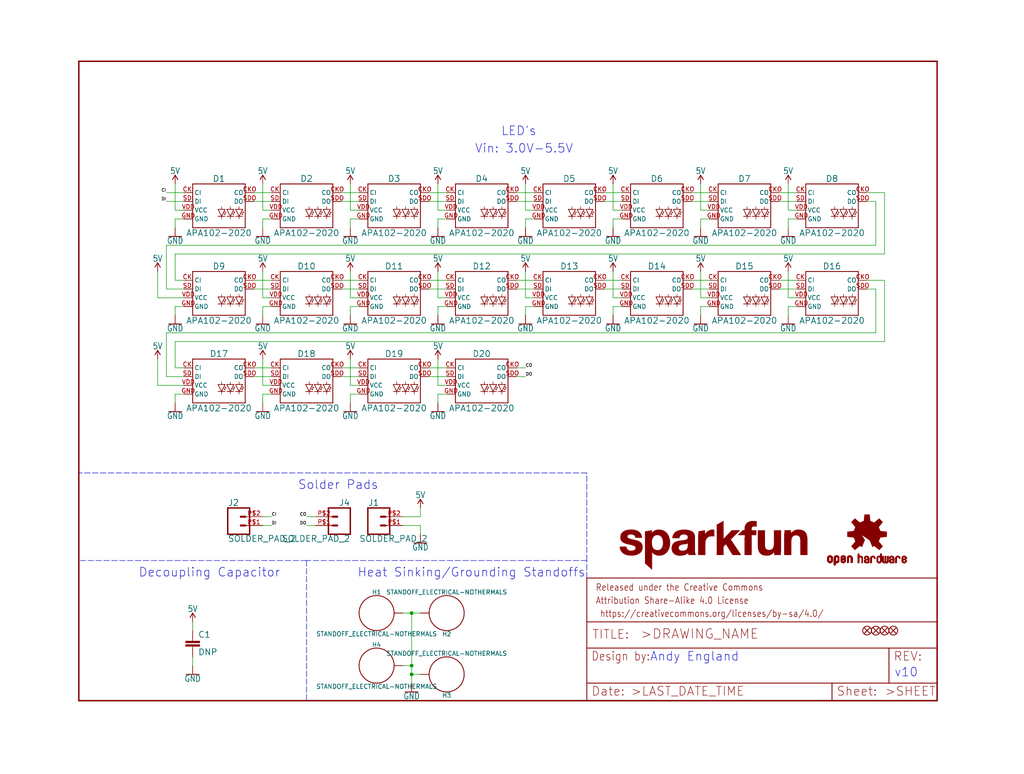
<source format=kicad_sch>
(kicad_sch (version 20211123) (generator eeschema)
  (paper "User" 297.002 224.434)
  (lib_symbols
    (symbol "schematicEagle-eagle-import:4.7UF-0603-6.3V-(10%)"
      (property "Reference" "C" (at 1.524 2.921 0))
      (property "Value" "4.7UF-0603-6.3V-(10%)" (at 1.524 -2.159 0))
      (symbol "4.7UF-0603-6.3V-(10%)_1_0"
        (pin passive line (at 0 5.08 270) (length 2.54) (name "1") (number "1"))
        (pin passive line (at 0 -2.54 90) (length 2.54) (name "2") (number "2"))
      )
    )
    (symbol "schematicEagle-eagle-import:5V" (power)
      (property "Value" "5V" (at 0 2.794 0))
      (symbol "5V_1_0"
        (pin power_in line (at 0 0 90) (length 2.54) (name "5V") (number "1"))
      )
    )
    (symbol "schematicEagle-eagle-import:APA102-2020"
      (property "Reference" "D" (at 0 5.588 0))
      (property "Value" "APA102-2020" (at 0 -10.16 0))
      (symbol "APA102-2020_1_0"
        (pin bidirectional line (at -10.16 2.54 0) (length 2.54) (name "CI") (number "CKI"))
        (pin bidirectional line (at 10.16 2.54 180) (length 2.54) (name "CO") (number "CKO"))
        (pin bidirectional line (at -10.16 -5.08 0) (length 2.54) (name "GND") (number "GND"))
        (pin bidirectional line (at -10.16 0 0) (length 2.54) (name "DI") (number "SDI"))
        (pin bidirectional line (at 10.16 0 180) (length 2.54) (name "DO") (number "SDO"))
        (pin bidirectional line (at -10.16 -2.54 0) (length 2.54) (name "VCC") (number "VDD"))
      )
    )
    (symbol "schematicEagle-eagle-import:FIDUCIALUFIDUCIAL")
    (symbol "schematicEagle-eagle-import:FRAME-LETTER"
      (symbol "FRAME-LETTER_2_0"
        (text " https://creativecommons.org/licenses/by-sa/4.0/" (at 2.54 24.13 0) (effects (font (size 1.9304 1.6408)) (justify left bottom)))
        (text ">DRAWING_NAME" (at 15.494 17.78 0) (effects (font (size 2.7432 2.7432)) (justify left bottom)))
        (text ">LAST_DATE_TIME" (at 12.7 1.27 0) (effects (font (size 2.54 2.54)) (justify left bottom)))
        (text ">SHEET" (at 86.36 1.27 0) (effects (font (size 2.54 2.54)) (justify left bottom)))
        (text "Attribution Share-Alike 4.0 License" (at 2.54 27.94 0) (effects (font (size 1.9304 1.6408)) (justify left bottom)))
        (text "Date:" (at 1.27 1.27 0) (effects (font (size 2.54 2.54)) (justify left bottom)))
        (text "Design by:" (at 1.27 11.43 0) (effects (font (size 2.54 2.159)) (justify left bottom)))
        (text "Released under the Creative Commons" (at 2.54 31.75 0) (effects (font (size 1.9304 1.6408)) (justify left bottom)))
        (text "REV:" (at 88.9 11.43 0) (effects (font (size 2.54 2.54)) (justify left bottom)))
        (text "Sheet:" (at 72.39 1.27 0) (effects (font (size 2.54 2.54)) (justify left bottom)))
        (text "TITLE:" (at 1.524 17.78 0) (effects (font (size 2.54 2.54)) (justify left bottom)))
      )
    )
    (symbol "schematicEagle-eagle-import:GND" (power)
      (property "Value" "GND" (at 0 -0.254 0))
      (symbol "GND_1_0"
        (pin power_in line (at 0 2.54 270) (length 2.54) (name "GND") (number "1"))
      )
    )
    (symbol "schematicEagle-eagle-import:OSHW-LOGOS")
    (symbol "schematicEagle-eagle-import:SFE_LOGO_NAME.1_INCH")
    (symbol "schematicEagle-eagle-import:SOLDER_PAD_2"
      (property "Reference" "J" (at -2.54 5.588 0))
      (property "Value" "SOLDER_PAD_2" (at -2.54 -4.826 0))
      (symbol "SOLDER_PAD_2_1_0"
        (pin passive line (at 7.62 0 180) (length 5.08) (name "1") (number "P$1"))
        (pin passive line (at 7.62 2.54 180) (length 5.08) (name "2") (number "P$2"))
      )
    )
    (symbol "schematicEagle-eagle-import:STANDOFF_ELECTRICAL-NOTHERMALS"
      (property "Reference" "H" (at 0 5.334 0))
      (property "Value" "STANDOFF_ELECTRICAL-NOTHERMALS" (at 0 -5.334 0))
      (symbol "STANDOFF_ELECTRICAL-NOTHERMALS_1_0"
        (pin bidirectional line (at 7.62 0 180) (length 2.54) (name "P$1") (number "P1"))
      )
    )
  )
  (junction (at 119.38 195.58))
  (junction (at 119.38 193.04))
  (junction (at 119.38 177.8))
  (wire (pts (xy 127 114.3) (xy 129.54 114.3)))
  (wire (pts (xy 101.6 111.76) (xy 101.6 104.14)))
  (wire (pts (xy 203.2 86.36) (xy 203.2 78.74)))
  (wire (pts (xy 127 116.84) (xy 127 114.3)))
  (wire (pts (xy 50.8 116.84) (xy 50.8 114.3)))
  (wire (pts (xy 119.38 177.8) (xy 116.84 177.8)))
  (wire (pts (xy 154.94 81.28) (xy 149.86 81.28)))
  (wire (pts (xy 205.74 81.28) (xy 200.66 81.28)))
  (wire (pts (xy 256.54 55.88) (xy 251.46 55.88)))
  (wire (pts (xy 48.26 83.82) (xy 53.34 83.82)))
  (wire (pts (xy 154.94 60.96) (xy 152.4 60.96)))
  (wire (pts (xy 127 60.96) (xy 127 53.34)))
  (wire (pts (xy 48.26 71.12) (xy 48.26 83.82)))
  (wire (pts (xy 91.44 149.86) (xy 88.9 149.86)))
  (wire (pts (xy 177.8 60.96) (xy 177.8 53.34)))
  (polyline (pts (xy 88.9 162.56) (xy 88.9 203.2)))
  (wire (pts (xy 152.4 91.44) (xy 152.4 88.9)))
  (wire (pts (xy 256.54 81.28) (xy 251.46 81.28)))
  (wire (pts (xy 91.44 152.4) (xy 88.9 152.4)))
  (wire (pts (xy 177.8 66.04) (xy 177.8 63.5)))
  (wire (pts (xy 129.54 106.68) (xy 124.46 106.68)))
  (wire (pts (xy 119.38 195.58) (xy 119.38 193.04)))
  (wire (pts (xy 78.74 111.76) (xy 76.2 111.76)))
  (wire (pts (xy 78.74 60.96) (xy 76.2 60.96)))
  (wire (pts (xy 78.74 55.88) (xy 73.66 55.88)))
  (wire (pts (xy 228.6 86.36) (xy 228.6 78.74)))
  (wire (pts (xy 76.2 152.4) (xy 78.74 152.4)))
  (wire (pts (xy 256.54 99.06) (xy 256.54 81.28)))
  (wire (pts (xy 50.8 60.96) (xy 50.8 53.34)))
  (wire (pts (xy 256.54 73.66) (xy 256.54 55.88)))
  (wire (pts (xy 53.34 58.42) (xy 48.26 58.42)))
  (wire (pts (xy 119.38 193.04) (xy 119.38 177.8)))
  (wire (pts (xy 119.38 198.12) (xy 119.38 195.58)))
  (wire (pts (xy 55.88 180.34) (xy 55.88 182.88)))
  (wire (pts (xy 76.2 111.76) (xy 76.2 104.14)))
  (wire (pts (xy 200.66 83.82) (xy 205.74 83.82)))
  (wire (pts (xy 116.84 152.4) (xy 121.92 152.4)))
  (wire (pts (xy 53.34 106.68) (xy 50.8 106.68)))
  (wire (pts (xy 203.2 63.5) (xy 205.74 63.5)))
  (wire (pts (xy 101.6 60.96) (xy 101.6 53.34)))
  (wire (pts (xy 152.4 66.04) (xy 152.4 63.5)))
  (wire (pts (xy 76.2 86.36) (xy 76.2 78.74)))
  (wire (pts (xy 101.6 91.44) (xy 101.6 88.9)))
  (wire (pts (xy 76.2 60.96) (xy 76.2 53.34)))
  (wire (pts (xy 99.06 83.82) (xy 104.14 83.82)))
  (wire (pts (xy 228.6 91.44) (xy 228.6 88.9)))
  (wire (pts (xy 50.8 99.06) (xy 256.54 99.06)))
  (wire (pts (xy 76.2 116.84) (xy 76.2 114.3)))
  (wire (pts (xy 254 83.82) (xy 254 96.52)))
  (wire (pts (xy 200.66 58.42) (xy 205.74 58.42)))
  (wire (pts (xy 53.34 60.96) (xy 50.8 60.96)))
  (wire (pts (xy 203.2 60.96) (xy 203.2 53.34)))
  (wire (pts (xy 254 96.52) (xy 48.26 96.52)))
  (wire (pts (xy 55.88 190.5) (xy 55.88 193.04)))
  (wire (pts (xy 149.86 106.68) (xy 152.4 106.68)))
  (wire (pts (xy 231.14 86.36) (xy 228.6 86.36)))
  (wire (pts (xy 99.06 58.42) (xy 104.14 58.42)))
  (wire (pts (xy 127 88.9) (xy 129.54 88.9)))
  (wire (pts (xy 180.34 60.96) (xy 177.8 60.96)))
  (wire (pts (xy 175.26 83.82) (xy 180.34 83.82)))
  (wire (pts (xy 203.2 88.9) (xy 205.74 88.9)))
  (wire (pts (xy 73.66 109.22) (xy 78.74 109.22)))
  (wire (pts (xy 127 111.76) (xy 127 104.14)))
  (wire (pts (xy 127 86.36) (xy 127 78.74)))
  (wire (pts (xy 101.6 86.36) (xy 101.6 78.74)))
  (wire (pts (xy 76.2 91.44) (xy 76.2 88.9)))
  (polyline (pts (xy 170.18 162.56) (xy 170.18 137.16)))
  (wire (pts (xy 73.66 83.82) (xy 78.74 83.82)))
  (wire (pts (xy 154.94 86.36) (xy 152.4 86.36)))
  (wire (pts (xy 180.34 86.36) (xy 177.8 86.36)))
  (wire (pts (xy 228.6 88.9) (xy 231.14 88.9)))
  (wire (pts (xy 116.84 149.86) (xy 121.92 149.86)))
  (wire (pts (xy 226.06 58.42) (xy 231.14 58.42)))
  (wire (pts (xy 127 63.5) (xy 129.54 63.5)))
  (wire (pts (xy 53.34 86.36) (xy 45.72 86.36)))
  (wire (pts (xy 101.6 63.5) (xy 104.14 63.5)))
  (wire (pts (xy 119.38 177.8) (xy 121.92 177.8)))
  (wire (pts (xy 101.6 88.9) (xy 104.14 88.9)))
  (polyline (pts (xy 170.18 137.16) (xy 22.86 137.16)))
  (wire (pts (xy 101.6 114.3) (xy 101.6 116.84)))
  (wire (pts (xy 205.74 60.96) (xy 203.2 60.96)))
  (wire (pts (xy 50.8 114.3) (xy 53.34 114.3)))
  (wire (pts (xy 180.34 81.28) (xy 175.26 81.28)))
  (wire (pts (xy 78.74 106.68) (xy 73.66 106.68)))
  (wire (pts (xy 53.34 81.28) (xy 50.8 81.28)))
  (wire (pts (xy 129.54 60.96) (xy 127 60.96)))
  (wire (pts (xy 129.54 81.28) (xy 124.46 81.28)))
  (wire (pts (xy 104.14 106.68) (xy 99.06 106.68)))
  (wire (pts (xy 228.6 63.5) (xy 231.14 63.5)))
  (wire (pts (xy 104.14 81.28) (xy 99.06 81.28)))
  (wire (pts (xy 121.92 195.58) (xy 119.38 195.58)))
  (wire (pts (xy 127 91.44) (xy 127 88.9)))
  (wire (pts (xy 50.8 66.04) (xy 50.8 63.5)))
  (wire (pts (xy 124.46 109.22) (xy 129.54 109.22)))
  (wire (pts (xy 149.86 83.82) (xy 154.94 83.82)))
  (wire (pts (xy 228.6 60.96) (xy 228.6 53.34)))
  (wire (pts (xy 53.34 111.76) (xy 45.72 111.76)))
  (wire (pts (xy 48.26 96.52) (xy 48.26 109.22)))
  (wire (pts (xy 78.74 86.36) (xy 76.2 86.36)))
  (wire (pts (xy 76.2 63.5) (xy 78.74 63.5)))
  (wire (pts (xy 231.14 60.96) (xy 228.6 60.96)))
  (wire (pts (xy 104.14 114.3) (xy 101.6 114.3)))
  (wire (pts (xy 226.06 83.82) (xy 231.14 83.82)))
  (wire (pts (xy 104.14 86.36) (xy 101.6 86.36)))
  (wire (pts (xy 177.8 91.44) (xy 177.8 88.9)))
  (wire (pts (xy 116.84 193.04) (xy 119.38 193.04)))
  (wire (pts (xy 50.8 106.68) (xy 50.8 99.06)))
  (wire (pts (xy 254 58.42) (xy 254 71.12)))
  (wire (pts (xy 45.72 86.36) (xy 45.72 78.74)))
  (wire (pts (xy 152.4 60.96) (xy 152.4 53.34)))
  (wire (pts (xy 152.4 86.36) (xy 152.4 78.74)))
  (wire (pts (xy 177.8 63.5) (xy 180.34 63.5)))
  (wire (pts (xy 251.46 83.82) (xy 254 83.82)))
  (wire (pts (xy 180.34 55.88) (xy 175.26 55.88)))
  (wire (pts (xy 76.2 66.04) (xy 76.2 63.5)))
  (wire (pts (xy 129.54 86.36) (xy 127 86.36)))
  (polyline (pts (xy 170.18 167.64) (xy 170.18 162.56)))
  (wire (pts (xy 50.8 63.5) (xy 53.34 63.5)))
  (wire (pts (xy 121.92 149.86) (xy 121.92 147.32)))
  (wire (pts (xy 73.66 58.42) (xy 78.74 58.42)))
  (wire (pts (xy 124.46 83.82) (xy 129.54 83.82)))
  (wire (pts (xy 121.92 152.4) (xy 121.92 154.94)))
  (wire (pts (xy 48.26 109.22) (xy 53.34 109.22)))
  (wire (pts (xy 228.6 66.04) (xy 228.6 63.5)))
  (wire (pts (xy 154.94 55.88) (xy 149.86 55.88)))
  (wire (pts (xy 53.34 55.88) (xy 48.26 55.88)))
  (wire (pts (xy 152.4 63.5) (xy 154.94 63.5)))
  (wire (pts (xy 45.72 111.76) (xy 45.72 104.14)))
  (wire (pts (xy 175.26 58.42) (xy 180.34 58.42)))
  (wire (pts (xy 76.2 149.86) (xy 78.74 149.86)))
  (wire (pts (xy 231.14 55.88) (xy 226.06 55.88)))
  (wire (pts (xy 104.14 60.96) (xy 101.6 60.96)))
  (polyline (pts (xy 170.18 162.56) (xy 88.9 162.56)))
  (wire (pts (xy 205.74 86.36) (xy 203.2 86.36)))
  (wire (pts (xy 177.8 86.36) (xy 177.8 78.74)))
  (wire (pts (xy 149.86 58.42) (xy 154.94 58.42)))
  (wire (pts (xy 203.2 66.04) (xy 203.2 63.5)))
  (wire (pts (xy 129.54 111.76) (xy 127 111.76)))
  (wire (pts (xy 76.2 114.3) (xy 78.74 114.3)))
  (wire (pts (xy 78.74 81.28) (xy 73.66 81.28)))
  (wire (pts (xy 99.06 109.22) (xy 104.14 109.22)))
  (wire (pts (xy 203.2 91.44) (xy 203.2 88.9)))
  (wire (pts (xy 104.14 55.88) (xy 99.06 55.88)))
  (wire (pts (xy 127 66.04) (xy 127 63.5)))
  (wire (pts (xy 76.2 88.9) (xy 78.74 88.9)))
  (wire (pts (xy 50.8 73.66) (xy 256.54 73.66)))
  (polyline (pts (xy 88.9 162.56) (xy 22.86 162.56)))
  (wire (pts (xy 129.54 55.88) (xy 124.46 55.88)))
  (wire (pts (xy 152.4 88.9) (xy 154.94 88.9)))
  (wire (pts (xy 124.46 58.42) (xy 129.54 58.42)))
  (wire (pts (xy 177.8 88.9) (xy 180.34 88.9)))
  (wire (pts (xy 231.14 81.28) (xy 226.06 81.28)))
  (wire (pts (xy 205.74 55.88) (xy 200.66 55.88)))
  (wire (pts (xy 50.8 81.28) (xy 50.8 73.66)))
  (wire (pts (xy 50.8 91.44) (xy 50.8 88.9)))
  (wire (pts (xy 101.6 66.04) (xy 101.6 63.5)))
  (wire (pts (xy 149.86 109.22) (xy 152.4 109.22)))
  (wire (pts (xy 50.8 88.9) (xy 53.34 88.9)))
  (wire (pts (xy 251.46 58.42) (xy 254 58.42)))
  (wire (pts (xy 104.14 111.76) (xy 101.6 111.76)))
  (wire (pts (xy 254 71.12) (xy 48.26 71.12)))
  (text "v10" (at 259.334 196.596 180) (effects (font (size 2.54 2.54)) (justify left bottom)))
  (text "Heat Sinking/Grounding Standoffs" (at 103.632 167.64 180) (effects (font (size 2.54 2.54)) (justify left bottom)))
  (text "LED's" (at 145.288 39.624 180) (effects (font (size 2.54 2.54)) (justify left bottom)))
  (text "Solder Pads" (at 86.36 142.24 180) (effects (font (size 2.54 2.54)) (justify left bottom)))
  (text "Decoupling Capacitor" (at 40.132 167.64 180) (effects (font (size 2.54 2.54)) (justify left bottom)))
  (text "Vin: 3.0V-5.5V" (at 137.668 44.704 180) (effects (font (size 2.54 2.54)) (justify left bottom)))
  (text "Andy England" (at 188.468 192.024 180) (effects (font (size 2.54 2.54)) (justify left bottom)))
  (label "CO" (at 152.4 106.68 0) (effects (font (size 0.889 0.889))))
  (label "DI" (at 78.74 152.4 0) (effects (font (size 0.889 0.889))))
  (label "DO" (at 88.9 152.4 180) (effects (font (size 0.889 0.889))))
  (label "CI" (at 48.26 55.88 180) (effects (font (size 0.889 0.889))))
  (label "DO" (at 152.4 109.22 0) (effects (font (size 0.889 0.889))))
  (label "CO" (at 88.9 149.86 180) (effects (font (size 0.889 0.889))))
  (label "CI" (at 78.74 149.86 0) (effects (font (size 0.889 0.889))))
  (label "DI" (at 48.26 58.42 180) (effects (font (size 0.889 0.889))))
  (symbol (lib_id "schematicEagle-eagle-import:GND") (at 228.6 93.98 0) (unit 1)
    (property "Reference" "#GND16" (effects hide))
    (property "Value" "GND" (at 228.6 94.234 0) (effects (font (size 1.778 1.5113)) (justify top)))
    (property "Footprint" "schematicEagle:" (effects hide))
  )
  (symbol (lib_id "schematicEagle-eagle-import:GND") (at 127 68.58 0) (unit 1)
    (property "Reference" "#GND4" (effects hide))
    (property "Value" "GND" (at 127 68.834 0) (effects (font (size 1.778 1.5113)) (justify top)))
    (property "Footprint" "schematicEagle:" (effects hide))
  )
  (symbol (lib_id "schematicEagle-eagle-import:5V") (at 127 104.14 0) (unit 1)
    (property "Reference" "#SUPPLY21" (effects hide))
    (property "Value" "5V" (at 127 101.346 0) (effects (font (size 1.778 1.5113)) (justify bottom)))
    (property "Footprint" "schematicEagle:" (effects hide))
  )
  (symbol (lib_id "schematicEagle-eagle-import:STANDOFF_ELECTRICAL-NOTHERMALS") (at 109.22 177.8 0) (unit 1)
    (property "Reference" "H1" (at 109.22 172.466 0) (effects (justify bottom)))
    (property "Value" "STANDOFF_ELECTRICAL-NOTHERMALS" (at 109.22 183.134 0) (effects (justify top)))
    (property "Footprint" "schematicEagle:STANDOFF-ELECTRICAL-NOTHERMALS" (effects hide))
  )
  (symbol (lib_id "schematicEagle-eagle-import:5V") (at 121.92 147.32 0) (unit 1)
    (property "Reference" "#SUPPLY22" (effects hide))
    (property "Value" "5V" (at 121.92 144.526 0) (effects (font (size 1.778 1.5113)) (justify bottom)))
    (property "Footprint" "schematicEagle:" (effects hide))
  )
  (symbol (lib_id "schematicEagle-eagle-import:FIDUCIALUFIDUCIAL") (at 254 182.88 0) (unit 1)
    (property "Reference" "FD2" (effects hide))
    (property "Value" "FIDUCIALUFIDUCIAL" (effects hide))
    (property "Footprint" "schematicEagle:FIDUCIAL-MICRO" (effects hide))
  )
  (symbol (lib_id "schematicEagle-eagle-import:GND") (at 76.2 93.98 0) (unit 1)
    (property "Reference" "#GND10" (effects hide))
    (property "Value" "GND" (at 76.2 94.234 0) (effects (font (size 1.778 1.5113)) (justify top)))
    (property "Footprint" "schematicEagle:" (effects hide))
  )
  (symbol (lib_id "schematicEagle-eagle-import:SOLDER_PAD_2") (at 99.06 152.4 0) (mirror y) (unit 1)
    (property "Reference" "J4" (at 101.6 146.812 0) (effects (font (size 1.778 1.778)) (justify left bottom)))
    (property "Value" "SOLDER_PAD_2" (at 101.6 157.226 0) (effects (font (size 1.778 1.778)) (justify left bottom)))
    (property "Footprint" "schematicEagle:SOLDER_PAD_2" (effects hide))
  )
  (symbol (lib_id "schematicEagle-eagle-import:5V") (at 76.2 104.14 0) (unit 1)
    (property "Reference" "#SUPPLY19" (effects hide))
    (property "Value" "5V" (at 76.2 101.346 0) (effects (font (size 1.778 1.5113)) (justify bottom)))
    (property "Footprint" "schematicEagle:" (effects hide))
  )
  (symbol (lib_id "schematicEagle-eagle-import:OSHW-LOGOS") (at 251.46 154.94 0) (unit 1)
    (property "Reference" "LOGO2" (effects hide))
    (property "Value" "OSHW-LOGOS" (effects hide))
    (property "Footprint" "schematicEagle:OSHW-LOGO-S" (effects hide))
  )
  (symbol (lib_id "schematicEagle-eagle-import:GND") (at 101.6 93.98 0) (unit 1)
    (property "Reference" "#GND11" (effects hide))
    (property "Value" "GND" (at 101.6 94.234 0) (effects (font (size 1.778 1.5113)) (justify top)))
    (property "Footprint" "schematicEagle:" (effects hide))
  )
  (symbol (lib_id "schematicEagle-eagle-import:5V") (at 45.72 104.14 0) (unit 1)
    (property "Reference" "#SUPPLY18" (effects hide))
    (property "Value" "5V" (at 45.72 101.346 0) (effects (font (size 1.778 1.5113)) (justify bottom)))
    (property "Footprint" "schematicEagle:" (effects hide))
  )
  (symbol (lib_id "schematicEagle-eagle-import:5V") (at 177.8 78.74 0) (unit 1)
    (property "Reference" "#SUPPLY14" (effects hide))
    (property "Value" "5V" (at 177.8 75.946 0) (effects (font (size 1.778 1.5113)) (justify bottom)))
    (property "Footprint" "schematicEagle:" (effects hide))
  )
  (symbol (lib_id "schematicEagle-eagle-import:APA102-2020") (at 241.3 58.42 0) (unit 1)
    (property "Reference" "D8" (at 241.3 52.832 0) (effects (font (size 1.778 1.778)) (justify bottom)))
    (property "Value" "APA102-2020" (at 241.3 68.58 0) (effects (font (size 1.778 1.778)) (justify bottom)))
    (property "Footprint" "schematicEagle:APA102-2020" (effects hide))
  )
  (symbol (lib_id "schematicEagle-eagle-import:5V") (at 76.2 53.34 0) (unit 1)
    (property "Reference" "#SUPPLY2" (effects hide))
    (property "Value" "5V" (at 76.2 50.546 0) (effects (font (size 1.778 1.5113)) (justify bottom)))
    (property "Footprint" "schematicEagle:" (effects hide))
  )
  (symbol (lib_id "schematicEagle-eagle-import:4.7UF-0603-6.3V-(10%)") (at 55.88 187.96 0) (unit 1)
    (property "Reference" "C1" (at 57.404 185.039 0) (effects (font (size 1.778 1.778)) (justify left bottom)))
    (property "Value" "DNP" (at 57.404 190.119 0) (effects (font (size 1.778 1.778)) (justify left bottom)))
    (property "Footprint" "schematicEagle:0603" (effects hide))
  )
  (symbol (lib_id "schematicEagle-eagle-import:SFE_LOGO_NAME.1_INCH") (at 177.8 165.1 0) (unit 1)
    (property "Reference" "LOGO1" (effects hide))
    (property "Value" "SFE_LOGO_NAME.1_INCH" (effects hide))
    (property "Footprint" "schematicEagle:SFE_LOGO_NAME_.1" (effects hide))
  )
  (symbol (lib_id "schematicEagle-eagle-import:5V") (at 228.6 53.34 0) (unit 1)
    (property "Reference" "#SUPPLY8" (effects hide))
    (property "Value" "5V" (at 228.6 50.546 0) (effects (font (size 1.778 1.5113)) (justify bottom)))
    (property "Footprint" "schematicEagle:" (effects hide))
  )
  (symbol (lib_id "schematicEagle-eagle-import:5V") (at 55.88 180.34 0) (unit 1)
    (property "Reference" "#SUPPLY17" (effects hide))
    (property "Value" "5V" (at 55.88 177.546 0) (effects (font (size 1.778 1.5113)) (justify bottom)))
    (property "Footprint" "schematicEagle:" (effects hide))
  )
  (symbol (lib_id "schematicEagle-eagle-import:APA102-2020") (at 165.1 58.42 0) (unit 1)
    (property "Reference" "D5" (at 165.1 52.832 0) (effects (font (size 1.778 1.778)) (justify bottom)))
    (property "Value" "APA102-2020" (at 165.1 68.58 0) (effects (font (size 1.778 1.778)) (justify bottom)))
    (property "Footprint" "schematicEagle:APA102-2020" (effects hide))
  )
  (symbol (lib_id "schematicEagle-eagle-import:5V") (at 45.72 78.74 0) (unit 1)
    (property "Reference" "#SUPPLY9" (effects hide))
    (property "Value" "5V" (at 45.72 75.946 0) (effects (font (size 1.778 1.5113)) (justify bottom)))
    (property "Footprint" "schematicEagle:" (effects hide))
  )
  (symbol (lib_id "schematicEagle-eagle-import:APA102-2020") (at 88.9 109.22 0) (unit 1)
    (property "Reference" "D18" (at 88.9 103.632 0) (effects (font (size 1.778 1.778)) (justify bottom)))
    (property "Value" "APA102-2020" (at 88.9 119.38 0) (effects (font (size 1.778 1.778)) (justify bottom)))
    (property "Footprint" "schematicEagle:APA102-2020" (effects hide))
  )
  (symbol (lib_id "schematicEagle-eagle-import:APA102-2020") (at 139.7 109.22 0) (unit 1)
    (property "Reference" "D20" (at 139.7 103.632 0) (effects (font (size 1.778 1.778)) (justify bottom)))
    (property "Value" "APA102-2020" (at 139.7 119.38 0) (effects (font (size 1.778 1.778)) (justify bottom)))
    (property "Footprint" "schematicEagle:APA102-2020" (effects hide))
  )
  (symbol (lib_id "schematicEagle-eagle-import:GND") (at 50.8 93.98 0) (unit 1)
    (property "Reference" "#GND9" (effects hide))
    (property "Value" "GND" (at 50.8 94.234 0) (effects (font (size 1.778 1.5113)) (justify top)))
    (property "Footprint" "schematicEagle:" (effects hide))
  )
  (symbol (lib_id "schematicEagle-eagle-import:GND") (at 203.2 68.58 0) (unit 1)
    (property "Reference" "#GND7" (effects hide))
    (property "Value" "GND" (at 203.2 68.834 0) (effects (font (size 1.778 1.5113)) (justify top)))
    (property "Footprint" "schematicEagle:" (effects hide))
  )
  (symbol (lib_id "schematicEagle-eagle-import:GND") (at 203.2 93.98 0) (unit 1)
    (property "Reference" "#GND15" (effects hide))
    (property "Value" "GND" (at 203.2 94.234 0) (effects (font (size 1.778 1.5113)) (justify top)))
    (property "Footprint" "schematicEagle:" (effects hide))
  )
  (symbol (lib_id "schematicEagle-eagle-import:FRAME-LETTER") (at 170.18 203.2 0) (unit 2)
    (property "Reference" "FRAME1" (effects hide))
    (property "Value" "FRAME-LETTER" (effects hide))
    (property "Footprint" "schematicEagle:CREATIVE_COMMONS" (effects hide))
  )
  (symbol (lib_id "schematicEagle-eagle-import:GND") (at 127 119.38 0) (unit 1)
    (property "Reference" "#GND21" (effects hide))
    (property "Value" "GND" (at 127 119.634 0) (effects (font (size 1.778 1.5113)) (justify top)))
    (property "Footprint" "schematicEagle:" (effects hide))
  )
  (symbol (lib_id "schematicEagle-eagle-import:APA102-2020") (at 190.5 58.42 0) (unit 1)
    (property "Reference" "D6" (at 190.5 52.832 0) (effects (font (size 1.778 1.778)) (justify bottom)))
    (property "Value" "APA102-2020" (at 190.5 68.58 0) (effects (font (size 1.778 1.778)) (justify bottom)))
    (property "Footprint" "schematicEagle:APA102-2020" (effects hide))
  )
  (symbol (lib_id "schematicEagle-eagle-import:SOLDER_PAD_2") (at 109.22 152.4 0) (unit 1)
    (property "Reference" "J1" (at 106.68 146.812 0) (effects (font (size 1.778 1.778)) (justify left bottom)))
    (property "Value" "SOLDER_PAD_2" (at 104.14 157.226 0) (effects (font (size 1.778 1.778)) (justify left bottom)))
    (property "Footprint" "schematicEagle:SOLDER_PAD_2" (effects hide))
  )
  (symbol (lib_id "schematicEagle-eagle-import:5V") (at 127 78.74 0) (unit 1)
    (property "Reference" "#SUPPLY12" (effects hide))
    (property "Value" "5V" (at 127 75.946 0) (effects (font (size 1.778 1.5113)) (justify bottom)))
    (property "Footprint" "schematicEagle:" (effects hide))
  )
  (symbol (lib_id "schematicEagle-eagle-import:APA102-2020") (at 190.5 83.82 0) (unit 1)
    (property "Reference" "D14" (at 190.5 78.232 0) (effects (font (size 1.778 1.778)) (justify bottom)))
    (property "Value" "APA102-2020" (at 190.5 93.98 0) (effects (font (size 1.778 1.778)) (justify bottom)))
    (property "Footprint" "schematicEagle:APA102-2020" (effects hide))
  )
  (symbol (lib_id "schematicEagle-eagle-import:5V") (at 177.8 53.34 0) (unit 1)
    (property "Reference" "#SUPPLY6" (effects hide))
    (property "Value" "5V" (at 177.8 50.546 0) (effects (font (size 1.778 1.5113)) (justify bottom)))
    (property "Footprint" "schematicEagle:" (effects hide))
  )
  (symbol (lib_id "schematicEagle-eagle-import:GND") (at 152.4 93.98 0) (unit 1)
    (property "Reference" "#GND13" (effects hide))
    (property "Value" "GND" (at 152.4 94.234 0) (effects (font (size 1.778 1.5113)) (justify top)))
    (property "Footprint" "schematicEagle:" (effects hide))
  )
  (symbol (lib_id "schematicEagle-eagle-import:5V") (at 127 53.34 0) (unit 1)
    (property "Reference" "#SUPPLY4" (effects hide))
    (property "Value" "5V" (at 127 50.546 0) (effects (font (size 1.778 1.5113)) (justify bottom)))
    (property "Footprint" "schematicEagle:" (effects hide))
  )
  (symbol (lib_id "schematicEagle-eagle-import:5V") (at 101.6 104.14 0) (unit 1)
    (property "Reference" "#SUPPLY20" (effects hide))
    (property "Value" "5V" (at 101.6 101.346 0) (effects (font (size 1.778 1.5113)) (justify bottom)))
    (property "Footprint" "schematicEagle:" (effects hide))
  )
  (symbol (lib_id "schematicEagle-eagle-import:GND") (at 50.8 119.38 0) (unit 1)
    (property "Reference" "#GND18" (effects hide))
    (property "Value" "GND" (at 50.8 119.634 0) (effects (font (size 1.778 1.5113)) (justify top)))
    (property "Footprint" "schematicEagle:" (effects hide))
  )
  (symbol (lib_id "schematicEagle-eagle-import:APA102-2020") (at 114.3 109.22 0) (unit 1)
    (property "Reference" "D19" (at 114.3 103.632 0) (effects (font (size 1.778 1.778)) (justify bottom)))
    (property "Value" "APA102-2020" (at 114.3 119.38 0) (effects (font (size 1.778 1.778)) (justify bottom)))
    (property "Footprint" "schematicEagle:APA102-2020" (effects hide))
  )
  (symbol (lib_id "schematicEagle-eagle-import:APA102-2020") (at 215.9 83.82 0) (unit 1)
    (property "Reference" "D15" (at 215.9 78.232 0) (effects (font (size 1.778 1.778)) (justify bottom)))
    (property "Value" "APA102-2020" (at 215.9 93.98 0) (effects (font (size 1.778 1.778)) (justify bottom)))
    (property "Footprint" "schematicEagle:APA102-2020" (effects hide))
  )
  (symbol (lib_id "schematicEagle-eagle-import:GND") (at 152.4 68.58 0) (unit 1)
    (property "Reference" "#GND5" (effects hide))
    (property "Value" "GND" (at 152.4 68.834 0) (effects (font (size 1.778 1.5113)) (justify top)))
    (property "Footprint" "schematicEagle:" (effects hide))
  )
  (symbol (lib_id "schematicEagle-eagle-import:STANDOFF_ELECTRICAL-NOTHERMALS") (at 109.22 193.04 0) (unit 1)
    (property "Reference" "H4" (at 109.22 187.706 0) (effects (justify bottom)))
    (property "Value" "STANDOFF_ELECTRICAL-NOTHERMALS" (at 109.22 198.374 0) (effects (justify top)))
    (property "Footprint" "schematicEagle:STANDOFF-ELECTRICAL-NOTHERMALS" (effects hide))
  )
  (symbol (lib_id "schematicEagle-eagle-import:5V") (at 76.2 78.74 0) (unit 1)
    (property "Reference" "#SUPPLY10" (effects hide))
    (property "Value" "5V" (at 76.2 75.946 0) (effects (font (size 1.778 1.5113)) (justify bottom)))
    (property "Footprint" "schematicEagle:" (effects hide))
  )
  (symbol (lib_id "schematicEagle-eagle-import:APA102-2020") (at 63.5 109.22 0) (unit 1)
    (property "Reference" "D17" (at 63.5 103.632 0) (effects (font (size 1.778 1.778)) (justify bottom)))
    (property "Value" "APA102-2020" (at 63.5 119.38 0) (effects (font (size 1.778 1.778)) (justify bottom)))
    (property "Footprint" "schematicEagle:APA102-2020" (effects hide))
  )
  (symbol (lib_id "schematicEagle-eagle-import:GND") (at 127 93.98 0) (unit 1)
    (property "Reference" "#GND12" (effects hide))
    (property "Value" "GND" (at 127 94.234 0) (effects (font (size 1.778 1.5113)) (justify top)))
    (property "Footprint" "schematicEagle:" (effects hide))
  )
  (symbol (lib_id "schematicEagle-eagle-import:5V") (at 152.4 78.74 0) (unit 1)
    (property "Reference" "#SUPPLY13" (effects hide))
    (property "Value" "5V" (at 152.4 75.946 0) (effects (font (size 1.778 1.5113)) (justify bottom)))
    (property "Footprint" "schematicEagle:" (effects hide))
  )
  (symbol (lib_id "schematicEagle-eagle-import:5V") (at 203.2 53.34 0) (unit 1)
    (property "Reference" "#SUPPLY7" (effects hide))
    (property "Value" "5V" (at 203.2 50.546 0) (effects (font (size 1.778 1.5113)) (justify bottom)))
    (property "Footprint" "schematicEagle:" (effects hide))
  )
  (symbol (lib_id "schematicEagle-eagle-import:GND") (at 228.6 68.58 0) (unit 1)
    (property "Reference" "#GND8" (effects hide))
    (property "Value" "GND" (at 228.6 68.834 0) (effects (font (size 1.778 1.5113)) (justify top)))
    (property "Footprint" "schematicEagle:" (effects hide))
  )
  (symbol (lib_id "schematicEagle-eagle-import:GND") (at 177.8 93.98 0) (unit 1)
    (property "Reference" "#GND14" (effects hide))
    (property "Value" "GND" (at 177.8 94.234 0) (effects (font (size 1.778 1.5113)) (justify top)))
    (property "Footprint" "schematicEagle:" (effects hide))
  )
  (symbol (lib_id "schematicEagle-eagle-import:SOLDER_PAD_2") (at 68.58 152.4 0) (unit 1)
    (property "Reference" "J2" (at 66.04 146.812 0) (effects (font (size 1.778 1.778)) (justify left bottom)))
    (property "Value" "SOLDER_PAD_2" (at 66.04 157.226 0) (effects (font (size 1.778 1.778)) (justify left bottom)))
    (property "Footprint" "schematicEagle:SOLDER_PAD_2" (effects hide))
  )
  (symbol (lib_id "schematicEagle-eagle-import:5V") (at 101.6 53.34 0) (unit 1)
    (property "Reference" "#SUPPLY3" (effects hide))
    (property "Value" "5V" (at 101.6 50.546 0) (effects (font (size 1.778 1.5113)) (justify bottom)))
    (property "Footprint" "schematicEagle:" (effects hide))
  )
  (symbol (lib_id "schematicEagle-eagle-import:APA102-2020") (at 114.3 83.82 0) (unit 1)
    (property "Reference" "D11" (at 114.3 78.232 0) (effects (font (size 1.778 1.778)) (justify bottom)))
    (property "Value" "APA102-2020" (at 114.3 93.98 0) (effects (font (size 1.778 1.778)) (justify bottom)))
    (property "Footprint" "schematicEagle:APA102-2020" (effects hide))
  )
  (symbol (lib_id "schematicEagle-eagle-import:APA102-2020") (at 114.3 58.42 0) (unit 1)
    (property "Reference" "D3" (at 114.3 52.832 0) (effects (font (size 1.778 1.778)) (justify bottom)))
    (property "Value" "APA102-2020" (at 114.3 68.58 0) (effects (font (size 1.778 1.778)) (justify bottom)))
    (property "Footprint" "schematicEagle:APA102-2020" (effects hide))
  )
  (symbol (lib_id "schematicEagle-eagle-import:APA102-2020") (at 63.5 83.82 0) (unit 1)
    (property "Reference" "D9" (at 63.5 78.232 0) (effects (font (size 1.778 1.778)) (justify bottom)))
    (property "Value" "APA102-2020" (at 63.5 93.98 0) (effects (font (size 1.778 1.778)) (justify bottom)))
    (property "Footprint" "schematicEagle:APA102-2020" (effects hide))
  )
  (symbol (lib_id "schematicEagle-eagle-import:APA102-2020") (at 139.7 58.42 0) (unit 1)
    (property "Reference" "D4" (at 139.7 52.832 0) (effects (font (size 1.778 1.778)) (justify bottom)))
    (property "Value" "APA102-2020" (at 139.7 68.58 0) (effects (font (size 1.778 1.778)) (justify bottom)))
    (property "Footprint" "schematicEagle:APA102-2020" (effects hide))
  )
  (symbol (lib_id "schematicEagle-eagle-import:GND") (at 50.8 68.58 0) (unit 1)
    (property "Reference" "#GND1" (effects hide))
    (property "Value" "GND" (at 50.8 68.834 0) (effects (font (size 1.778 1.5113)) (justify top)))
    (property "Footprint" "schematicEagle:" (effects hide))
  )
  (symbol (lib_id "schematicEagle-eagle-import:STANDOFF_ELECTRICAL-NOTHERMALS") (at 129.54 177.8 180) (unit 1)
    (property "Reference" "H2" (at 129.54 183.134 0) (effects (justify bottom)))
    (property "Value" "STANDOFF_ELECTRICAL-NOTHERMALS" (at 129.54 172.466 0) (effects (justify top)))
    (property "Footprint" "schematicEagle:STANDOFF-ELECTRICAL-NOTHERMALS" (effects hide))
  )
  (symbol (lib_id "schematicEagle-eagle-import:GND") (at 76.2 68.58 0) (unit 1)
    (property "Reference" "#GND2" (effects hide))
    (property "Value" "GND" (at 76.2 68.834 0) (effects (font (size 1.778 1.5113)) (justify top)))
    (property "Footprint" "schematicEagle:" (effects hide))
  )
  (symbol (lib_id "schematicEagle-eagle-import:APA102-2020") (at 165.1 83.82 0) (unit 1)
    (property "Reference" "D13" (at 165.1 78.232 0) (effects (font (size 1.778 1.778)) (justify bottom)))
    (property "Value" "APA102-2020" (at 165.1 93.98 0) (effects (font (size 1.778 1.778)) (justify bottom)))
    (property "Footprint" "schematicEagle:APA102-2020" (effects hide))
  )
  (symbol (lib_id "schematicEagle-eagle-import:GND") (at 119.38 200.66 0) (unit 1)
    (property "Reference" "#GND17" (effects hide))
    (property "Value" "GND" (at 119.38 200.914 0) (effects (font (size 1.778 1.5113)) (justify top)))
    (property "Footprint" "schematicEagle:" (effects hide))
  )
  (symbol (lib_id "schematicEagle-eagle-import:FIDUCIALUFIDUCIAL") (at 259.08 182.88 0) (unit 1)
    (property "Reference" "FD4" (effects hide))
    (property "Value" "FIDUCIALUFIDUCIAL" (effects hide))
    (property "Footprint" "schematicEagle:FIDUCIAL-MICRO" (effects hide))
  )
  (symbol (lib_id "schematicEagle-eagle-import:5V") (at 101.6 78.74 0) (unit 1)
    (property "Reference" "#SUPPLY11" (effects hide))
    (property "Value" "5V" (at 101.6 75.946 0) (effects (font (size 1.778 1.5113)) (justify bottom)))
    (property "Footprint" "schematicEagle:" (effects hide))
  )
  (symbol (lib_id "schematicEagle-eagle-import:5V") (at 228.6 78.74 0) (unit 1)
    (property "Reference" "#SUPPLY16" (effects hide))
    (property "Value" "5V" (at 228.6 75.946 0) (effects (font (size 1.778 1.5113)) (justify bottom)))
    (property "Footprint" "schematicEagle:" (effects hide))
  )
  (symbol (lib_id "schematicEagle-eagle-import:GND") (at 101.6 119.38 0) (unit 1)
    (property "Reference" "#GND20" (effects hide))
    (property "Value" "GND" (at 101.6 119.634 0) (effects (font (size 1.778 1.5113)) (justify top)))
    (property "Footprint" "schematicEagle:" (effects hide))
  )
  (symbol (lib_id "schematicEagle-eagle-import:FRAME-LETTER") (at 22.86 203.2 0) (unit 1)
    (property "Reference" "FRAME1" (effects hide))
    (property "Value" "FRAME-LETTER" (effects hide))
    (property "Footprint" "schematicEagle:CREATIVE_COMMONS" (effects hide))
  )
  (symbol (lib_id "schematicEagle-eagle-import:APA102-2020") (at 215.9 58.42 0) (unit 1)
    (property "Reference" "D7" (at 215.9 52.832 0) (effects (font (size 1.778 1.778)) (justify bottom)))
    (property "Value" "APA102-2020" (at 215.9 68.58 0) (effects (font (size 1.778 1.778)) (justify bottom)))
    (property "Footprint" "schematicEagle:APA102-2020" (effects hide))
  )
  (symbol (lib_id "schematicEagle-eagle-import:APA102-2020") (at 241.3 83.82 0) (unit 1)
    (property "Reference" "D16" (at 241.3 78.232 0) (effects (font (size 1.778 1.778)) (justify bottom)))
    (property "Value" "APA102-2020" (at 241.3 93.98 0) (effects (font (size 1.778 1.778)) (justify bottom)))
    (property "Footprint" "schematicEagle:APA102-2020" (effects hide))
  )
  (symbol (lib_id "schematicEagle-eagle-import:5V") (at 152.4 53.34 0) (unit 1)
    (property "Reference" "#SUPPLY5" (effects hide))
    (property "Value" "5V" (at 152.4 50.546 0) (effects (font (size 1.778 1.5113)) (justify bottom)))
    (property "Footprint" "schematicEagle:" (effects hide))
  )
  (symbol (lib_id "schematicEagle-eagle-import:GND") (at 55.88 195.58 0) (unit 1)
    (property "Reference" "#GND22" (effects hide))
    (property "Value" "GND" (at 55.88 195.834 0) (effects (font (size 1.778 1.5113)) (justify top)))
    (property "Footprint" "schematicEagle:" (effects hide))
  )
  (symbol (lib_id "schematicEagle-eagle-import:APA102-2020") (at 63.5 58.42 0) (unit 1)
    (property "Reference" "D1" (at 63.5 52.832 0) (effects (font (size 1.778 1.778)) (justify bottom)))
    (property "Value" "APA102-2020" (at 63.5 68.58 0) (effects (font (size 1.778 1.778)) (justify bottom)))
    (property "Footprint" "schematicEagle:APA102-2020" (effects hide))
  )
  (symbol (lib_id "schematicEagle-eagle-import:GND") (at 76.2 119.38 0) (unit 1)
    (property "Reference" "#GND19" (effects hide))
    (property "Value" "GND" (at 76.2 119.634 0) (effects (font (size 1.778 1.5113)) (justify top)))
    (property "Footprint" "schematicEagle:" (effects hide))
  )
  (symbol (lib_id "schematicEagle-eagle-import:APA102-2020") (at 139.7 83.82 0) (unit 1)
    (property "Reference" "D12" (at 139.7 78.232 0) (effects (font (size 1.778 1.778)) (justify bottom)))
    (property "Value" "APA102-2020" (at 139.7 93.98 0) (effects (font (size 1.778 1.778)) (justify bottom)))
    (property "Footprint" "schematicEagle:APA102-2020" (effects hide))
  )
  (symbol (lib_id "schematicEagle-eagle-import:FIDUCIALUFIDUCIAL") (at 256.54 182.88 0) (unit 1)
    (property "Reference" "FD3" (effects hide))
    (property "Value" "FIDUCIALUFIDUCIAL" (effects hide))
    (property "Footprint" "schematicEagle:FIDUCIAL-MICRO" (effects hide))
  )
  (symbol (lib_id "schematicEagle-eagle-import:STANDOFF_ELECTRICAL-NOTHERMALS") (at 129.54 195.58 180) (unit 1)
    (property "Reference" "H3" (at 129.54 200.914 0) (effects (justify bottom)))
    (property "Value" "STANDOFF_ELECTRICAL-NOTHERMALS" (at 129.54 190.246 0) (effects (justify top)))
    (property "Footprint" "schematicEagle:STANDOFF-ELECTRICAL-NOTHERMALS" (effects hide))
  )
  (symbol (lib_id "schematicEagle-eagle-import:APA102-2020") (at 88.9 58.42 0) (unit 1)
    (property "Reference" "D2" (at 88.9 52.832 0) (effects (font (size 1.778 1.778)) (justify bottom)))
    (property "Value" "APA102-2020" (at 88.9 68.58 0) (effects (font (size 1.778 1.778)) (justify bottom)))
    (property "Footprint" "schematicEagle:APA102-2020" (effects hide))
  )
  (symbol (lib_id "schematicEagle-eagle-import:FIDUCIALUFIDUCIAL") (at 251.46 182.88 0) (unit 1)
    (property "Reference" "FD1" (effects hide))
    (property "Value" "FIDUCIALUFIDUCIAL" (effects hide))
    (property "Footprint" "schematicEagle:FIDUCIAL-MICRO" (effects hide))
  )
  (symbol (lib_id "schematicEagle-eagle-import:GND") (at 121.92 157.48 0) (unit 1)
    (property "Reference" "#GND23" (effects hide))
    (property "Value" "GND" (at 121.92 157.734 0) (effects (font (size 1.778 1.5113)) (justify top)))
    (property "Footprint" "schematicEagle:" (effects hide))
  )
  (symbol (lib_id "schematicEagle-eagle-import:GND") (at 101.6 68.58 0) (unit 1)
    (property "Reference" "#GND3" (effects hide))
    (property "Value" "GND" (at 101.6 68.834 0) (effects (font (size 1.778 1.5113)) (justify top)))
    (property "Footprint" "schematicEagle:" (effects hide))
  )
  (symbol (lib_id "schematicEagle-eagle-import:GND") (at 177.8 68.58 0) (unit 1)
    (property "Reference" "#GND6" (effects hide))
    (property "Value" "GND" (at 177.8 68.834 0) (effects (font (size 1.778 1.5113)) (justify top)))
    (property "Footprint" "schematicEagle:" (effects hide))
  )
  (symbol (lib_id "schematicEagle-eagle-import:5V") (at 50.8 53.34 0) (unit 1)
    (property "Reference" "#SUPPLY1" (effects hide))
    (property "Value" "5V" (at 50.8 50.546 0) (effects (font (size 1.778 1.5113)) (justify bottom)))
    (property "Footprint" "schematicEagle:" (effects hide))
  )
  (symbol (lib_id "schematicEagle-eagle-import:5V") (at 203.2 78.74 0) (unit 1)
    (property "Reference" "#SUPPLY15" (effects hide))
    (property "Value" "5V" (at 203.2 75.946 0) (effects (font (size 1.778 1.5113)) (justify bottom)))
    (property "Footprint" "schematicEagle:" (effects hide))
  )
  (symbol (lib_id "schematicEagle-eagle-import:APA102-2020") (at 88.9 83.82 0) (unit 1)
    (property "Reference" "D10" (at 88.9 78.232 0) (effects (font (size 1.778 1.778)) (justify bottom)))
    (property "Value" "APA102-2020" (at 88.9 93.98 0) (effects (font (size 1.778 1.778)) (justify bottom)))
    (property "Footprint" "schematicEagle:APA102-2020" (effects hide))
  )
)
</source>
